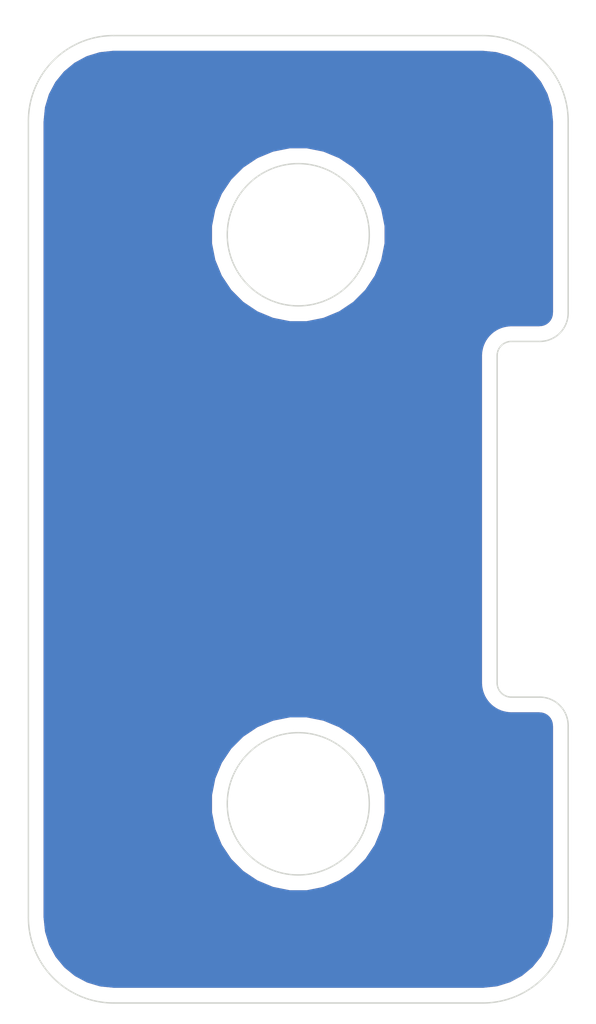
<source format=kicad_pcb>
(kicad_pcb (version 20171130) (host pcbnew 5.1.9+dfsg1-1+deb11u1)

  (general
    (thickness 1.6)
    (drawings 18)
    (tracks 0)
    (zones 0)
    (modules 0)
    (nets 1)
  )

  (page A4)
  (layers
    (0 F.Cu signal)
    (31 B.Cu signal)
    (32 B.Adhes user)
    (33 F.Adhes user)
    (34 B.Paste user)
    (35 F.Paste user)
    (36 B.SilkS user)
    (37 F.SilkS user)
    (38 B.Mask user)
    (39 F.Mask user)
    (40 Dwgs.User user)
    (41 Cmts.User user)
    (42 Eco1.User user)
    (43 Eco2.User user)
    (44 Edge.Cuts user)
    (45 Margin user)
    (46 B.CrtYd user)
    (47 F.CrtYd user)
    (48 B.Fab user)
    (49 F.Fab user)
  )

  (setup
    (last_trace_width 0.25)
    (trace_clearance 0.2)
    (zone_clearance 0.508)
    (zone_45_only no)
    (trace_min 0.2)
    (via_size 0.8)
    (via_drill 0.4)
    (via_min_size 0.4)
    (via_min_drill 0.3)
    (uvia_size 0.3)
    (uvia_drill 0.1)
    (uvias_allowed no)
    (uvia_min_size 0.2)
    (uvia_min_drill 0.1)
    (edge_width 0.05)
    (segment_width 0.2)
    (pcb_text_width 0.3)
    (pcb_text_size 1.5 1.5)
    (mod_edge_width 0.12)
    (mod_text_size 1 1)
    (mod_text_width 0.15)
    (pad_size 1.524 1.524)
    (pad_drill 0.762)
    (pad_to_mask_clearance 0)
    (aux_axis_origin 0 0)
    (visible_elements FFFFFF7F)
    (pcbplotparams
      (layerselection 0x010fc_ffffffff)
      (usegerberextensions true)
      (usegerberattributes false)
      (usegerberadvancedattributes false)
      (creategerberjobfile false)
      (excludeedgelayer true)
      (linewidth 0.100000)
      (plotframeref false)
      (viasonmask false)
      (mode 1)
      (useauxorigin false)
      (hpglpennumber 1)
      (hpglpenspeed 20)
      (hpglpendiameter 15.000000)
      (psnegative false)
      (psa4output false)
      (plotreference true)
      (plotvalue true)
      (plotinvisibletext false)
      (padsonsilk false)
      (subtractmaskfromsilk true)
      (outputformat 1)
      (mirror false)
      (drillshape 0)
      (scaleselection 1)
      (outputdirectory "z-belt-clamp-gerber/"))
  )

  (net 0 "")

  (net_class Default "This is the default net class."
    (clearance 0.2)
    (trace_width 0.25)
    (via_dia 0.8)
    (via_drill 0.4)
    (uvia_dia 0.3)
    (uvia_drill 0.1)
  )

  (gr_arc (start 134 113.25) (end 131 113.25) (angle -90) (layer Edge.Cuts) (width 0.05))
  (gr_arc (start 149 106.5) (end 150 106.5) (angle -90) (layer Edge.Cuts) (width 0.05))
  (gr_arc (start 134 85.25) (end 134 82.25) (angle -90) (layer Edge.Cuts) (width 0.05))
  (gr_line (start 134 82.25) (end 147 82.25) (layer Edge.Cuts) (width 0.05))
  (gr_line (start 131 113.25) (end 131 85.25) (layer Edge.Cuts) (width 0.05))
  (gr_arc (start 147 113.25) (end 147 116.25) (angle -90) (layer Edge.Cuts) (width 0.05))
  (gr_line (start 147.5 105) (end 147.5 93.5) (layer Edge.Cuts) (width 0.05))
  (gr_circle (center 140.5 89.25) (end 143 89.25) (layer Edge.Cuts) (width 0.05))
  (gr_line (start 147 116.25) (end 134 116.25) (layer Edge.Cuts) (width 0.05))
  (gr_line (start 148 93) (end 149 93) (layer Edge.Cuts) (width 0.05))
  (gr_arc (start 148 93.5) (end 148 93) (angle -90) (layer Edge.Cuts) (width 0.05))
  (gr_line (start 149 105.5) (end 148 105.5) (layer Edge.Cuts) (width 0.05))
  (gr_arc (start 148 105) (end 147.5 105) (angle -90) (layer Edge.Cuts) (width 0.05))
  (gr_line (start 150 106.5) (end 150 113.25) (layer Edge.Cuts) (width 0.05))
  (gr_line (start 150 85.25) (end 150 92) (layer Edge.Cuts) (width 0.05))
  (gr_arc (start 147 85.25) (end 150 85.25) (angle -90) (layer Edge.Cuts) (width 0.05))
  (gr_circle (center 140.5 109.25) (end 143 109.25) (layer Edge.Cuts) (width 0.05))
  (gr_arc (start 149 92) (end 149 93) (angle -90) (layer Edge.Cuts) (width 0.05))

  (zone (net 0) (net_name "") (layer F.Cu) (tstamp 64C3C260) (hatch edge 0.508)
    (connect_pads (clearance 0.508))
    (min_thickness 0.254)
    (fill yes (arc_segments 32) (thermal_gap 0.508) (thermal_bridge_width 0.508))
    (polygon
      (pts
        (xy 151 117) (xy 130 117) (xy 130 81) (xy 151 81)
      )
    )
    (filled_polygon
      (pts
        (xy 147.453893 82.95767) (xy 147.890498 83.089489) (xy 148.293185 83.3036) (xy 148.646612 83.591848) (xy 148.937327 83.943261)
        (xy 149.154242 84.344439) (xy 149.289106 84.780113) (xy 149.34 85.264344) (xy 149.340001 91.967711) (xy 149.33042 92.065424)
        (xy 149.31142 92.128357) (xy 149.280554 92.186406) (xy 149.239011 92.237343) (xy 149.188356 92.279248) (xy 149.130529 92.310515)
        (xy 149.067728 92.329956) (xy 148.972165 92.34) (xy 147.967581 92.34) (xy 147.939671 92.342749) (xy 147.936693 92.342728)
        (xy 147.927522 92.343627) (xy 147.87936 92.348689) (xy 147.870617 92.34955) (xy 147.870325 92.349638) (xy 147.830473 92.353827)
        (xy 147.771854 92.36586) (xy 147.713116 92.377064) (xy 147.704294 92.379728) (xy 147.611075 92.408584) (xy 147.555937 92.431762)
        (xy 147.500463 92.454175) (xy 147.492334 92.458498) (xy 147.49233 92.4585) (xy 147.492327 92.458502) (xy 147.406489 92.504915)
        (xy 147.356913 92.538355) (xy 147.306844 92.571119) (xy 147.299703 92.576943) (xy 147.224514 92.639145) (xy 147.182361 92.681594)
        (xy 147.139629 92.723439) (xy 147.133755 92.73054) (xy 147.072079 92.806161) (xy 147.038988 92.855966) (xy 147.005174 92.90535)
        (xy 147.000792 92.913456) (xy 146.95498 92.999617) (xy 146.932191 93.054909) (xy 146.908622 93.109898) (xy 146.905897 93.118701)
        (xy 146.877692 93.212119) (xy 146.866067 93.270826) (xy 146.853635 93.329316) (xy 146.852673 93.33847) (xy 146.852672 93.338476)
        (xy 146.852672 93.338481) (xy 146.84315 93.435598) (xy 146.84315 93.435608) (xy 146.840001 93.467581) (xy 146.84 105.032418)
        (xy 146.842749 105.060328) (xy 146.842728 105.063308) (xy 146.843627 105.072479) (xy 146.848691 105.120663) (xy 146.84955 105.129382)
        (xy 146.849638 105.129673) (xy 146.853827 105.169527) (xy 146.865861 105.228152) (xy 146.877064 105.286884) (xy 146.879728 105.295706)
        (xy 146.908584 105.388925) (xy 146.931767 105.444075) (xy 146.954175 105.499537) (xy 146.958502 105.507673) (xy 147.004914 105.593511)
        (xy 147.038362 105.643098) (xy 147.071119 105.693156) (xy 147.076943 105.700297) (xy 147.139145 105.775486) (xy 147.181594 105.817639)
        (xy 147.223439 105.860371) (xy 147.23054 105.866245) (xy 147.30616 105.927921) (xy 147.356025 105.961052) (xy 147.40535 105.994825)
        (xy 147.413445 105.999202) (xy 147.413448 105.999204) (xy 147.413451 105.999205) (xy 147.413456 105.999208) (xy 147.499617 106.04502)
        (xy 147.554909 106.067809) (xy 147.609898 106.091378) (xy 147.618701 106.094103) (xy 147.712119 106.122308) (xy 147.770826 106.133933)
        (xy 147.829316 106.146365) (xy 147.83847 106.147327) (xy 147.838476 106.147328) (xy 147.838481 106.147328) (xy 147.935598 106.15685)
        (xy 147.967581 106.16) (xy 148.967721 106.16) (xy 149.065424 106.16958) (xy 149.128356 106.18858) (xy 149.186405 106.219445)
        (xy 149.237343 106.260989) (xy 149.279248 106.311644) (xy 149.310515 106.369471) (xy 149.329956 106.432272) (xy 149.34 106.527835)
        (xy 149.340001 113.217711) (xy 149.29233 113.703894) (xy 149.160512 114.140497) (xy 148.946399 114.543186) (xy 148.65815 114.896613)
        (xy 148.306739 115.187327) (xy 147.905564 115.40424) (xy 147.469886 115.539106) (xy 146.985664 115.59) (xy 134.032279 115.59)
        (xy 133.546106 115.54233) (xy 133.109503 115.410512) (xy 132.706814 115.196399) (xy 132.353387 114.90815) (xy 132.062673 114.556739)
        (xy 131.84576 114.155564) (xy 131.710894 113.719886) (xy 131.66 113.235664) (xy 131.66 108.938305) (xy 137.335313 108.938305)
        (xy 137.335313 109.561695) (xy 137.45693 110.173105) (xy 137.69549 110.749042) (xy 138.041827 111.267371) (xy 138.482629 111.708173)
        (xy 139.000958 112.05451) (xy 139.576895 112.29307) (xy 140.188305 112.414687) (xy 140.811695 112.414687) (xy 141.423105 112.29307)
        (xy 141.999042 112.05451) (xy 142.517371 111.708173) (xy 142.958173 111.267371) (xy 143.30451 110.749042) (xy 143.54307 110.173105)
        (xy 143.664687 109.561695) (xy 143.664687 108.938305) (xy 143.54307 108.326895) (xy 143.30451 107.750958) (xy 142.958173 107.232629)
        (xy 142.517371 106.791827) (xy 141.999042 106.44549) (xy 141.423105 106.20693) (xy 140.811695 106.085313) (xy 140.188305 106.085313)
        (xy 139.576895 106.20693) (xy 139.000958 106.44549) (xy 138.482629 106.791827) (xy 138.041827 107.232629) (xy 137.69549 107.750958)
        (xy 137.45693 108.326895) (xy 137.335313 108.938305) (xy 131.66 108.938305) (xy 131.66 88.938305) (xy 137.335313 88.938305)
        (xy 137.335313 89.561695) (xy 137.45693 90.173105) (xy 137.69549 90.749042) (xy 138.041827 91.267371) (xy 138.482629 91.708173)
        (xy 139.000958 92.05451) (xy 139.576895 92.29307) (xy 140.188305 92.414687) (xy 140.811695 92.414687) (xy 141.423105 92.29307)
        (xy 141.999042 92.05451) (xy 142.517371 91.708173) (xy 142.958173 91.267371) (xy 143.30451 90.749042) (xy 143.54307 90.173105)
        (xy 143.664687 89.561695) (xy 143.664687 88.938305) (xy 143.54307 88.326895) (xy 143.30451 87.750958) (xy 142.958173 87.232629)
        (xy 142.517371 86.791827) (xy 141.999042 86.44549) (xy 141.423105 86.20693) (xy 140.811695 86.085313) (xy 140.188305 86.085313)
        (xy 139.576895 86.20693) (xy 139.000958 86.44549) (xy 138.482629 86.791827) (xy 138.041827 87.232629) (xy 137.69549 87.750958)
        (xy 137.45693 88.326895) (xy 137.335313 88.938305) (xy 131.66 88.938305) (xy 131.66 85.282279) (xy 131.70767 84.796107)
        (xy 131.839489 84.359502) (xy 132.0536 83.956815) (xy 132.341848 83.603388) (xy 132.693261 83.312673) (xy 133.094439 83.095758)
        (xy 133.530113 82.960894) (xy 134.014344 82.91) (xy 146.967721 82.91)
      )
    )
  )
  (zone (net 0) (net_name "") (layer B.Cu) (tstamp 64C3C25D) (hatch edge 0.508)
    (connect_pads (clearance 0.508))
    (min_thickness 0.254)
    (fill yes (arc_segments 32) (thermal_gap 0.508) (thermal_bridge_width 0.508))
    (polygon
      (pts
        (xy 151 117) (xy 130 117) (xy 130 81) (xy 151 81)
      )
    )
    (filled_polygon
      (pts
        (xy 147.453893 82.95767) (xy 147.890498 83.089489) (xy 148.293185 83.3036) (xy 148.646612 83.591848) (xy 148.937327 83.943261)
        (xy 149.154242 84.344439) (xy 149.289106 84.780113) (xy 149.34 85.264344) (xy 149.340001 91.967711) (xy 149.33042 92.065424)
        (xy 149.31142 92.128357) (xy 149.280554 92.186406) (xy 149.239011 92.237343) (xy 149.188356 92.279248) (xy 149.130529 92.310515)
        (xy 149.067728 92.329956) (xy 148.972165 92.34) (xy 147.967581 92.34) (xy 147.939671 92.342749) (xy 147.936693 92.342728)
        (xy 147.927522 92.343627) (xy 147.87936 92.348689) (xy 147.870617 92.34955) (xy 147.870325 92.349638) (xy 147.830473 92.353827)
        (xy 147.771854 92.36586) (xy 147.713116 92.377064) (xy 147.704294 92.379728) (xy 147.611075 92.408584) (xy 147.555937 92.431762)
        (xy 147.500463 92.454175) (xy 147.492334 92.458498) (xy 147.49233 92.4585) (xy 147.492327 92.458502) (xy 147.406489 92.504915)
        (xy 147.356913 92.538355) (xy 147.306844 92.571119) (xy 147.299703 92.576943) (xy 147.224514 92.639145) (xy 147.182361 92.681594)
        (xy 147.139629 92.723439) (xy 147.133755 92.73054) (xy 147.072079 92.806161) (xy 147.038988 92.855966) (xy 147.005174 92.90535)
        (xy 147.000792 92.913456) (xy 146.95498 92.999617) (xy 146.932191 93.054909) (xy 146.908622 93.109898) (xy 146.905897 93.118701)
        (xy 146.877692 93.212119) (xy 146.866067 93.270826) (xy 146.853635 93.329316) (xy 146.852673 93.33847) (xy 146.852672 93.338476)
        (xy 146.852672 93.338481) (xy 146.84315 93.435598) (xy 146.84315 93.435608) (xy 146.840001 93.467581) (xy 146.84 105.032418)
        (xy 146.842749 105.060328) (xy 146.842728 105.063308) (xy 146.843627 105.072479) (xy 146.848691 105.120663) (xy 146.84955 105.129382)
        (xy 146.849638 105.129673) (xy 146.853827 105.169527) (xy 146.865861 105.228152) (xy 146.877064 105.286884) (xy 146.879728 105.295706)
        (xy 146.908584 105.388925) (xy 146.931767 105.444075) (xy 146.954175 105.499537) (xy 146.958502 105.507673) (xy 147.004914 105.593511)
        (xy 147.038362 105.643098) (xy 147.071119 105.693156) (xy 147.076943 105.700297) (xy 147.139145 105.775486) (xy 147.181594 105.817639)
        (xy 147.223439 105.860371) (xy 147.23054 105.866245) (xy 147.30616 105.927921) (xy 147.356025 105.961052) (xy 147.40535 105.994825)
        (xy 147.413445 105.999202) (xy 147.413448 105.999204) (xy 147.413451 105.999205) (xy 147.413456 105.999208) (xy 147.499617 106.04502)
        (xy 147.554909 106.067809) (xy 147.609898 106.091378) (xy 147.618701 106.094103) (xy 147.712119 106.122308) (xy 147.770826 106.133933)
        (xy 147.829316 106.146365) (xy 147.83847 106.147327) (xy 147.838476 106.147328) (xy 147.838481 106.147328) (xy 147.935598 106.15685)
        (xy 147.967581 106.16) (xy 148.967721 106.16) (xy 149.065424 106.16958) (xy 149.128356 106.18858) (xy 149.186405 106.219445)
        (xy 149.237343 106.260989) (xy 149.279248 106.311644) (xy 149.310515 106.369471) (xy 149.329956 106.432272) (xy 149.34 106.527835)
        (xy 149.340001 113.217711) (xy 149.29233 113.703894) (xy 149.160512 114.140497) (xy 148.946399 114.543186) (xy 148.65815 114.896613)
        (xy 148.306739 115.187327) (xy 147.905564 115.40424) (xy 147.469886 115.539106) (xy 146.985664 115.59) (xy 134.032279 115.59)
        (xy 133.546106 115.54233) (xy 133.109503 115.410512) (xy 132.706814 115.196399) (xy 132.353387 114.90815) (xy 132.062673 114.556739)
        (xy 131.84576 114.155564) (xy 131.710894 113.719886) (xy 131.66 113.235664) (xy 131.66 108.938305) (xy 137.335313 108.938305)
        (xy 137.335313 109.561695) (xy 137.45693 110.173105) (xy 137.69549 110.749042) (xy 138.041827 111.267371) (xy 138.482629 111.708173)
        (xy 139.000958 112.05451) (xy 139.576895 112.29307) (xy 140.188305 112.414687) (xy 140.811695 112.414687) (xy 141.423105 112.29307)
        (xy 141.999042 112.05451) (xy 142.517371 111.708173) (xy 142.958173 111.267371) (xy 143.30451 110.749042) (xy 143.54307 110.173105)
        (xy 143.664687 109.561695) (xy 143.664687 108.938305) (xy 143.54307 108.326895) (xy 143.30451 107.750958) (xy 142.958173 107.232629)
        (xy 142.517371 106.791827) (xy 141.999042 106.44549) (xy 141.423105 106.20693) (xy 140.811695 106.085313) (xy 140.188305 106.085313)
        (xy 139.576895 106.20693) (xy 139.000958 106.44549) (xy 138.482629 106.791827) (xy 138.041827 107.232629) (xy 137.69549 107.750958)
        (xy 137.45693 108.326895) (xy 137.335313 108.938305) (xy 131.66 108.938305) (xy 131.66 88.938305) (xy 137.335313 88.938305)
        (xy 137.335313 89.561695) (xy 137.45693 90.173105) (xy 137.69549 90.749042) (xy 138.041827 91.267371) (xy 138.482629 91.708173)
        (xy 139.000958 92.05451) (xy 139.576895 92.29307) (xy 140.188305 92.414687) (xy 140.811695 92.414687) (xy 141.423105 92.29307)
        (xy 141.999042 92.05451) (xy 142.517371 91.708173) (xy 142.958173 91.267371) (xy 143.30451 90.749042) (xy 143.54307 90.173105)
        (xy 143.664687 89.561695) (xy 143.664687 88.938305) (xy 143.54307 88.326895) (xy 143.30451 87.750958) (xy 142.958173 87.232629)
        (xy 142.517371 86.791827) (xy 141.999042 86.44549) (xy 141.423105 86.20693) (xy 140.811695 86.085313) (xy 140.188305 86.085313)
        (xy 139.576895 86.20693) (xy 139.000958 86.44549) (xy 138.482629 86.791827) (xy 138.041827 87.232629) (xy 137.69549 87.750958)
        (xy 137.45693 88.326895) (xy 137.335313 88.938305) (xy 131.66 88.938305) (xy 131.66 85.282279) (xy 131.70767 84.796107)
        (xy 131.839489 84.359502) (xy 132.0536 83.956815) (xy 132.341848 83.603388) (xy 132.693261 83.312673) (xy 133.094439 83.095758)
        (xy 133.530113 82.960894) (xy 134.014344 82.91) (xy 146.967721 82.91)
      )
    )
  )
)

</source>
